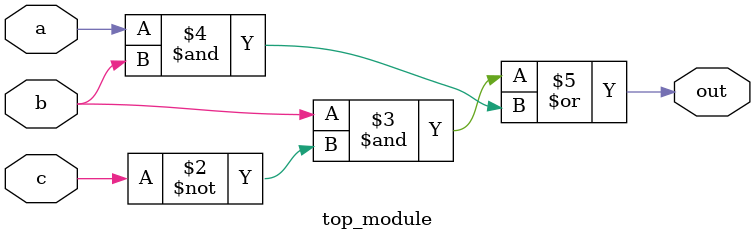
<source format=sv>
module top_module(
    input a, 
    input b,
    input c,
    output reg out
);

always @(*) begin
    out = (b & ~c) | (a & b);
end

endmodule

</source>
